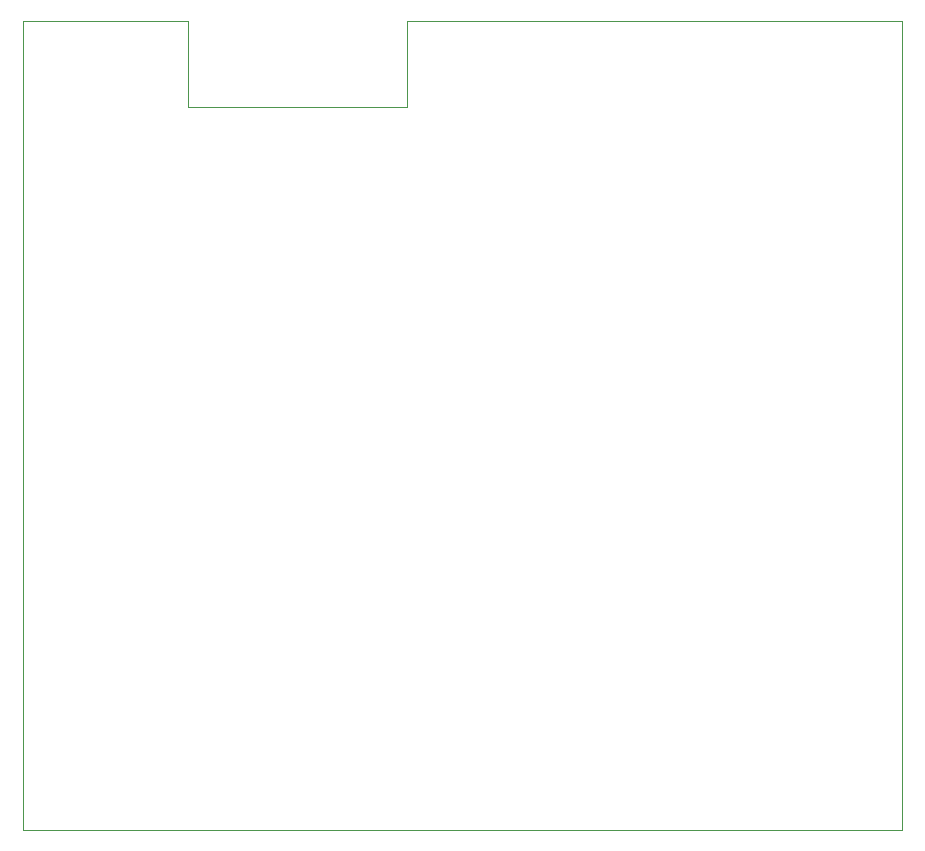
<source format=gbr>
%TF.GenerationSoftware,KiCad,Pcbnew,7.0.5*%
%TF.CreationDate,2023-07-07T19:33:34+07:00*%
%TF.ProjectId,19-6-2023_WeatherStation_QuocThang_V1,31392d36-2d32-4303-9233-5f5765617468,rev?*%
%TF.SameCoordinates,Original*%
%TF.FileFunction,Profile,NP*%
%FSLAX46Y46*%
G04 Gerber Fmt 4.6, Leading zero omitted, Abs format (unit mm)*
G04 Created by KiCad (PCBNEW 7.0.5) date 2023-07-07 19:33:34*
%MOMM*%
%LPD*%
G01*
G04 APERTURE LIST*
%TA.AperFunction,Profile*%
%ADD10C,0.100000*%
%TD*%
G04 APERTURE END LIST*
D10*
X123910000Y-45725000D02*
X142430000Y-45725000D01*
X142430000Y-45725000D02*
X142430000Y-38415000D01*
X184390000Y-38415000D02*
X142430000Y-38415000D01*
X184390000Y-106915000D02*
X109900000Y-106915000D01*
X109900000Y-106915000D02*
X109900000Y-38415000D01*
X109900000Y-38415000D02*
X123910000Y-38415000D01*
X184390000Y-106915000D02*
X184390000Y-38415000D01*
X123910000Y-38415000D02*
X123910000Y-45725000D01*
M02*

</source>
